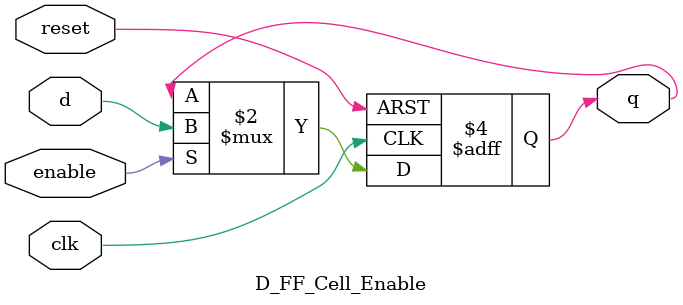
<source format=sv>
module D_FF_Cell_Enable (
    input  logic clk,       // Reloj
    input  logic reset,     // Reset
    input  logic enable,    // Habilitación
    input  logic d,         // Entrada de datos
    output logic q          // Salida del flip-flop
);
    always_ff @(posedge clk or posedge reset) begin
        if (reset) begin
            q <= 1'b0;      // Reiniciar el flip-flop a 0
        end else if (enable) begin
            q <= d;         // Actualizar la salida solo si enable está activo
        end
    end
endmodule

</source>
